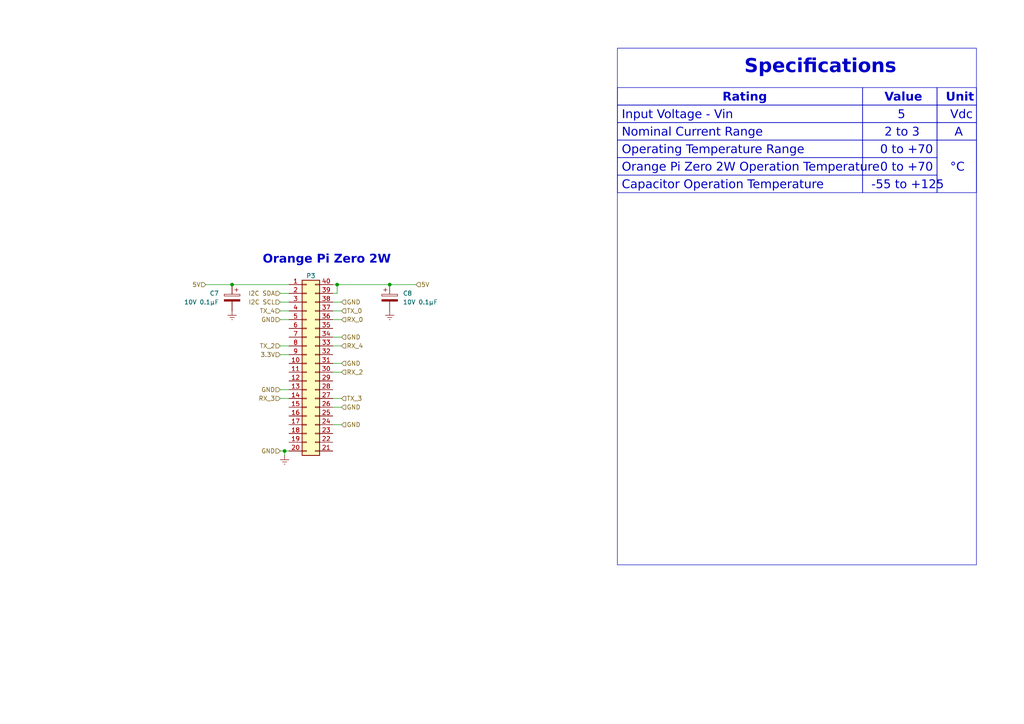
<source format=kicad_sch>
(kicad_sch (version 20230121) (generator eeschema)
  (paper "A4")
  (title_block (title "Microcomputer") (date "2024-09-27") (rev "1.0") (company "Lucas Rayan Guerra da Silva") (comment 1 "linkedin.com/in/lucasrguerra") (comment 2 "github.com/lucasrguerra/power_vision"))
  (lib_symbols
    (symbol "Connector_Generic:Conn_02x20_Counter_Clockwise" (pin_names (offset 1.016) hide)
      (property "Reference" "J" (at 1.27 25.4 0))
      (property "Value" "Conn_02x20_Counter_Clockwise" (at 1.27 -27.94 0))
      (symbol "Conn_02x20_Counter_Clockwise_1_1"
        (rectangle (start -1.27 -25.273) (end 0 -25.527) (stroke (width 0.1524)))
        (rectangle (start -1.27 -22.733) (end 0 -22.987) (stroke (width 0.1524)))
        (rectangle (start -1.27 -20.193) (end 0 -20.447) (stroke (width 0.1524)))
        (rectangle (start -1.27 -17.653) (end 0 -17.907) (stroke (width 0.1524)))
        (rectangle (start -1.27 -15.113) (end 0 -15.367) (stroke (width 0.1524)))
        (rectangle (start -1.27 -12.573) (end 0 -12.827) (stroke (width 0.1524)))
        (rectangle (start -1.27 -10.033) (end 0 -10.287) (stroke (width 0.1524)))
        (rectangle (start -1.27 -7.493) (end 0 -7.747) (stroke (width 0.1524)))
        (rectangle (start -1.27 -4.953) (end 0 -5.207) (stroke (width 0.1524)))
        (rectangle (start -1.27 -2.413) (end 0 -2.667) (stroke (width 0.1524)))
        (rectangle (start -1.27 0.127) (end 0 -0.127) (stroke (width 0.1524)))
        (rectangle (start -1.27 2.667) (end 0 2.413) (stroke (width 0.1524)))
        (rectangle (start -1.27 5.207) (end 0 4.953) (stroke (width 0.1524)))
        (rectangle (start -1.27 7.747) (end 0 7.493) (stroke (width 0.1524)))
        (rectangle (start -1.27 10.287) (end 0 10.033) (stroke (width 0.1524)))
        (rectangle (start -1.27 12.827) (end 0 12.573) (stroke (width 0.1524)))
        (rectangle (start -1.27 15.367) (end 0 15.113) (stroke (width 0.1524)))
        (rectangle (start -1.27 17.907) (end 0 17.653) (stroke (width 0.1524)))
        (rectangle (start -1.27 20.447) (end 0 20.193) (stroke (width 0.1524)))
        (rectangle (start -1.27 22.987) (end 0 22.733) (stroke (width 0.1524)))
        (rectangle (start -1.27 24.13) (end 3.81 -26.67) (stroke (width 0.254)) (fill (type background)))
        (rectangle (start 3.81 -25.273) (end 2.54 -25.527) (stroke (width 0.1524)))
        (rectangle (start 3.81 -22.733) (end 2.54 -22.987) (stroke (width 0.1524)))
        (rectangle (start 3.81 -20.193) (end 2.54 -20.447) (stroke (width 0.1524)))
        (rectangle (start 3.81 -17.653) (end 2.54 -17.907) (stroke (width 0.1524)))
        (rectangle (start 3.81 -15.113) (end 2.54 -15.367) (stroke (width 0.1524)))
        (rectangle (start 3.81 -12.573) (end 2.54 -12.827) (stroke (width 0.1524)))
        (rectangle (start 3.81 -10.033) (end 2.54 -10.287) (stroke (width 0.1524)))
        (rectangle (start 3.81 -7.493) (end 2.54 -7.747) (stroke (width 0.1524)))
        (rectangle (start 3.81 -4.953) (end 2.54 -5.207) (stroke (width 0.1524)))
        (rectangle (start 3.81 -2.413) (end 2.54 -2.667) (stroke (width 0.1524)))
        (rectangle (start 3.81 0.127) (end 2.54 -0.127) (stroke (width 0.1524)))
        (rectangle (start 3.81 2.667) (end 2.54 2.413) (stroke (width 0.1524)))
        (rectangle (start 3.81 5.207) (end 2.54 4.953) (stroke (width 0.1524)))
        (rectangle (start 3.81 7.747) (end 2.54 7.493) (stroke (width 0.1524)))
        (rectangle (start 3.81 10.287) (end 2.54 10.033) (stroke (width 0.1524)))
        (rectangle (start 3.81 12.827) (end 2.54 12.573) (stroke (width 0.1524)))
        (rectangle (start 3.81 15.367) (end 2.54 15.113) (stroke (width 0.1524)))
        (rectangle (start 3.81 17.907) (end 2.54 17.653) (stroke (width 0.1524)))
        (rectangle (start 3.81 20.447) (end 2.54 20.193) (stroke (width 0.1524)))
        (rectangle (start 3.81 22.987) (end 2.54 22.733) (stroke (width 0.1524)))
        (pin passive line (at -5.08 22.86 0) (length 3.81) (name "Pin_1") (number "1"))
        (pin passive line (at -5.08 0 0) (length 3.81) (name "Pin_10") (number "10"))
        (pin passive line (at -5.08 -2.54 0) (length 3.81) (name "Pin_11") (number "11"))
        (pin passive line (at -5.08 -5.08 0) (length 3.81) (name "Pin_12") (number "12"))
        (pin passive line (at -5.08 -7.62 0) (length 3.81) (name "Pin_13") (number "13"))
        (pin passive line (at -5.08 -10.16 0) (length 3.81) (name "Pin_14") (number "14"))
        (pin passive line (at -5.08 -12.7 0) (length 3.81) (name "Pin_15") (number "15"))
        (pin passive line (at -5.08 -15.24 0) (length 3.81) (name "Pin_16") (number "16"))
        (pin passive line (at -5.08 -17.78 0) (length 3.81) (name "Pin_17") (number "17"))
        (pin passive line (at -5.08 -20.32 0) (length 3.81) (name "Pin_18") (number "18"))
        (pin passive line (at -5.08 -22.86 0) (length 3.81) (name "Pin_19") (number "19"))
        (pin passive line (at -5.08 20.32 0) (length 3.81) (name "Pin_2") (number "2"))
        (pin passive line (at -5.08 -25.4 0) (length 3.81) (name "Pin_20") (number "20"))
        (pin passive line (at 7.62 -25.4 180) (length 3.81) (name "Pin_21") (number "21"))
        (pin passive line (at 7.62 -22.86 180) (length 3.81) (name "Pin_22") (number "22"))
        (pin passive line (at 7.62 -20.32 180) (length 3.81) (name "Pin_23") (number "23"))
        (pin passive line (at 7.62 -17.78 180) (length 3.81) (name "Pin_24") (number "24"))
        (pin passive line (at 7.62 -15.24 180) (length 3.81) (name "Pin_25") (number "25"))
        (pin passive line (at 7.62 -12.7 180) (length 3.81) (name "Pin_26") (number "26"))
        (pin passive line (at 7.62 -10.16 180) (length 3.81) (name "Pin_27") (number "27"))
        (pin passive line (at 7.62 -7.62 180) (length 3.81) (name "Pin_28") (number "28"))
        (pin passive line (at 7.62 -5.08 180) (length 3.81) (name "Pin_29") (number "29"))
        (pin passive line (at -5.08 17.78 0) (length 3.81) (name "Pin_3") (number "3"))
        (pin passive line (at 7.62 -2.54 180) (length 3.81) (name "Pin_30") (number "30"))
        (pin passive line (at 7.62 0 180) (length 3.81) (name "Pin_31") (number "31"))
        (pin passive line (at 7.62 2.54 180) (length 3.81) (name "Pin_32") (number "32"))
        (pin passive line (at 7.62 5.08 180) (length 3.81) (name "Pin_33") (number "33"))
        (pin passive line (at 7.62 7.62 180) (length 3.81) (name "Pin_34") (number "34"))
        (pin passive line (at 7.62 10.16 180) (length 3.81) (name "Pin_35") (number "35"))
        (pin passive line (at 7.62 12.7 180) (length 3.81) (name "Pin_36") (number "36"))
        (pin passive line (at 7.62 15.24 180) (length 3.81) (name "Pin_37") (number "37"))
        (pin passive line (at 7.62 17.78 180) (length 3.81) (name "Pin_38") (number "38"))
        (pin passive line (at 7.62 20.32 180) (length 3.81) (name "Pin_39") (number "39"))
        (pin passive line (at -5.08 15.24 0) (length 3.81) (name "Pin_4") (number "4"))
        (pin passive line (at 7.62 22.86 180) (length 3.81) (name "Pin_40") (number "40"))
        (pin passive line (at -5.08 12.7 0) (length 3.81) (name "Pin_5") (number "5"))
        (pin passive line (at -5.08 10.16 0) (length 3.81) (name "Pin_6") (number "6"))
        (pin passive line (at -5.08 7.62 0) (length 3.81) (name "Pin_7") (number "7"))
        (pin passive line (at -5.08 5.08 0) (length 3.81) (name "Pin_8") (number "8"))
        (pin passive line (at -5.08 2.54 0) (length 3.81) (name "Pin_9") (number "9"))
      )
    )
    (symbol "Device:C_Polarized" (pin_numbers hide) (pin_names (offset 0.254))
      (property "Reference" "C" (at 0.635 2.54 0))
      (property "Value" "C_Polarized" (at 0.635 -2.54 0))
      (symbol "C_Polarized_0_1"
        (rectangle (start -2.286 0.508) (end 2.286 1.016))
        (polyline (pts (xy -1.778 2.286) (xy -0.762 2.286)))
        (polyline (pts (xy -1.27 2.794) (xy -1.27 1.778)))
        (rectangle (start 2.286 -0.508) (end -2.286 -1.016) (fill (type outline)))
      )
      (symbol "C_Polarized_1_1"
        (pin passive line (at 0 3.81 270) (length 2.794) (name "~") (number "1"))
        (pin passive line (at 0 -3.81 90) (length 2.794) (name "~") (number "2"))
      )
    )
    (symbol "power:Earth" (power) (pin_names (offset 0))
      (symbol "Earth_0_1"
        (polyline (pts (xy -0.635 -1.905) (xy 0.635 -1.905)))
        (polyline (pts (xy -0.127 -2.54) (xy 0.127 -2.54)))
        (polyline (pts (xy 0 -1.27) (xy 0 0)))
        (polyline (pts (xy 1.27 -1.27) (xy -1.27 -1.27)))
      )
      (symbol "Earth_1_1"
        (pin power_in line (at 0 0 270) (length 0) hide (name "Earth") (number "1"))
      )
    )
  )
  (junction (at 97.79 82.55))
  (junction (at 67.31 82.55))
  (junction (at 113.03 82.55))
  (junction (at 82.55 130.81))
  (wire (pts (xy 96.52 118.11) (xy 99.06 118.11)))
  (wire (pts (xy 96.52 97.79) (xy 99.06 97.79)))
  (wire (pts (xy 82.55 130.81) (xy 83.82 130.81)))
  (wire (pts (xy 96.52 123.19) (xy 99.06 123.19)))
  (wire (pts (xy 81.28 113.03) (xy 83.82 113.03)))
  (wire (pts (xy 81.28 115.57) (xy 83.82 115.57)))
  (wire (pts (xy 67.31 82.55) (xy 83.82 82.55)))
  (wire (pts (xy 96.52 105.41) (xy 99.06 105.41)))
  (wire (pts (xy 81.28 130.81) (xy 82.55 130.81)))
  (wire (pts (xy 81.28 102.87) (xy 83.82 102.87)))
  (wire (pts (xy 67.31 82.55) (xy 59.69 82.55)))
  (wire (pts (xy 113.03 82.55) (xy 120.65 82.55)))
  (wire (pts (xy 96.52 92.71) (xy 99.06 92.71)))
  (wire (pts (xy 81.28 85.09) (xy 83.82 85.09)))
  (wire (pts (xy 81.28 92.71) (xy 83.82 92.71)))
  (wire (pts (xy 96.52 85.09) (xy 97.79 85.09)))
  (wire (pts (xy 81.28 87.63) (xy 83.82 87.63)))
  (wire (pts (xy 82.55 130.81) (xy 82.55 132.08)))
  (wire (pts (xy 96.52 107.95) (xy 99.06 107.95)))
  (wire (pts (xy 81.28 90.17) (xy 83.82 90.17)))
  (wire (pts (xy 96.52 115.57) (xy 99.06 115.57)))
  (wire (pts (xy 97.79 82.55) (xy 97.79 85.09)))
  (wire (pts (xy 99.06 87.63) (xy 96.52 87.63)))
  (wire (pts (xy 96.52 100.33) (xy 99.06 100.33)))
  (wire (pts (xy 81.28 100.33) (xy 83.82 100.33)))
  (wire (pts (xy 97.79 82.55) (xy 113.03 82.55)))
  (wire (pts (xy 96.52 82.55) (xy 97.79 82.55)))
  (wire (pts (xy 96.52 90.17) (xy 99.06 90.17)))
  (rectangle (start 179.07 30.48) (end 250.19 35.56))
  (rectangle (start 250.19 30.48) (end 271.78 35.56))
  (rectangle (start 271.78 30.48) (end 283.21 35.56))
  (rectangle (start 179.07 25.4) (end 250.19 30.48))
  (rectangle (start 250.19 40.64) (end 271.78 45.72))
  (rectangle (start 250.19 50.8) (end 271.78 55.88))
  (rectangle (start 179.07 50.8) (end 250.19 55.88))
  (rectangle (start 179.07 35.56) (end 250.19 40.64))
  (rectangle (start 250.19 35.56) (end 271.78 40.64))
  (rectangle (start 250.19 45.72) (end 271.78 50.8))
  (rectangle (start 271.78 35.56) (end 283.21 40.64))
  (rectangle (start 250.19 25.4) (end 271.78 30.48))
  (rectangle (start 271.78 40.64) (end 283.21 55.88))
  (rectangle (start 179.07 40.64) (end 250.19 45.72))
  (rectangle (start 179.07 45.72) (end 250.19 50.8))
  (rectangle (start 179.07 13.97) (end 283.21 163.83))
  (rectangle (start 271.78 25.4) (end 283.21 30.48))
  (text "Unit" (at 274.32 30.48 0) (effects (font (size 2.5 2.5) (thickness 0.6) bold) (justify left bottom)))
  (text "0 to +70" (at 255.27 45.72 0) (effects (font (size 2.5 2.5)) (justify left bottom)))
  (text "A\n" (at 276.86 40.64 0) (effects (font (size 2.5 2.5)) (justify left bottom)))
  (text "Orange Pi Zero 2W" (at 76.2 77.47 0) (effects (font (size 2.5 2.5) (thickness 0.6) bold) (justify left bottom)))
  (text "0 to +70" (at 255.27 50.8 0) (effects (font (size 2.5 2.5)) (justify left bottom)))
  (text "Value" (at 256.54 30.48 0) (effects (font (size 2.5 2.5) (thickness 0.6) bold) (justify left bottom)))
  (text "2 to 3" (at 256.54 40.64 0) (effects (font (size 2.5 2.5)) (justify left bottom)))
  (text "Operating Temperature Range" (at 180.34 45.72 0) (effects (font (size 2.5 2.5)) (justify left bottom)))
  (text "Orange Pi Zero 2W Operation Temperature" (at 180.34 50.8 0) (effects (font (size 2.5 2.5)) (justify left bottom)))
  (text "Capacitor Operation Temperature" (at 180.34 55.88 0) (effects (font (size 2.5 2.5)) (justify left bottom)))
  (text "Specifications" (at 215.9 22.86 0) (effects (font (size 4 4) (thickness 0.254) bold) (justify left bottom)))
  (text "Vdc" (at 275.59 35.56 0) (effects (font (size 2.5 2.5)) (justify left bottom)))
  (text "Rating" (at 209.55 30.48 0) (effects (font (size 2.5 2.5) (thickness 0.6) bold) (justify left bottom)))
  (text "5" (at 260.35 35.56 0) (effects (font (size 2.5 2.5)) (justify left bottom)))
  (text "-55 to +125" (at 252.73 55.88 0) (effects (font (size 2.5 2.5)) (justify left bottom)))
  (text "Input Voltage - Vin" (at 180.34 35.56 0) (effects (font (size 2.5 2.5)) (justify left bottom)))
  (text "°C" (at 275.59 50.8 0) (effects (font (size 2.5 2.5)) (justify left bottom)))
  (text "Nominal Current Range" (at 180.34 40.64 0) (effects (font (size 2.5 2.5)) (justify left bottom)))
  (hierarchical_label "RX_3" (shape input) (at 81.28 115.57 180))
  (hierarchical_label "TX_0" (shape input) (at 99.06 90.17 0))
  (hierarchical_label "GND" (shape input) (at 99.06 118.11 0))
  (hierarchical_label "GND" (shape input) (at 81.28 92.71 180))
  (hierarchical_label "RX_4" (shape input) (at 99.06 100.33 0))
  (hierarchical_label "TX_3" (shape input) (at 99.06 115.57 0))
  (hierarchical_label "GND" (shape input) (at 99.06 97.79 0))
  (hierarchical_label "5V" (shape input) (at 59.69 82.55 180))
  (hierarchical_label "5V" (shape input) (at 120.65 82.55 0))
  (hierarchical_label "3.3V" (shape input) (at 81.28 102.87 180))
  (hierarchical_label "TX_2" (shape input) (at 81.28 100.33 180))
  (hierarchical_label "GND" (shape input) (at 99.06 87.63 0))
  (hierarchical_label "GND" (shape input) (at 81.28 113.03 180))
  (hierarchical_label "GND" (shape input) (at 81.28 130.81 180))
  (hierarchical_label "I2C SDA" (shape input) (at 81.28 85.09 180))
  (hierarchical_label "I2C SCL" (shape input) (at 81.28 87.63 180))
  (hierarchical_label "GND" (shape input) (at 99.06 123.19 0))
  (hierarchical_label "RX_0" (shape input) (at 99.06 92.71 0))
  (hierarchical_label "TX_4" (shape input) (at 81.28 90.17 180))
  (hierarchical_label "RX_2" (shape input) (at 99.06 107.95 0))
  (hierarchical_label "GND" (shape input) (at 99.06 105.41 0))
  (symbol (lib_id "power:Earth") (at 67.31 90.17 0) (mirror y) (unit 1)
    (property "Reference" "#PWR028" (effects hide))
    (property "Value" "Earth" (effects hide))
  )
  (symbol (lib_id "Device:C_Polarized") (at 113.03 86.36 0) (unit 1)
    (property "Reference" "C8" (at 116.84 85.09 0) (effects (justify left)))
    (property "Value" "10V 0.1µF" (at 116.84 87.63 0) (effects (justify left)))
    (property "Footprint" "Capacitor_SMD:C_0603_1608Metric" (effects hide))
  )
  (symbol (lib_id "Device:C_Polarized") (at 67.31 86.36 0) (mirror y) (unit 1)
    (property "Reference" "C7" (at 63.5 85.09 0) (effects (justify left)))
    (property "Value" "10V 0.1µF" (at 63.5 87.63 0) (effects (justify left)))
    (property "Footprint" "Capacitor_SMD:C_0603_1608Metric" (effects hide))
  )
  (symbol (lib_id "power:Earth") (at 82.55 132.08 0) (unit 1)
    (property "Reference" "#PWR027" (effects hide))
    (property "Value" "Earth" (effects hide))
  )
  (symbol (lib_id "power:Earth") (at 113.03 90.17 0) (unit 1)
    (property "Reference" "#PWR08" (effects hide))
    (property "Value" "Earth" (effects hide))
  )
  (symbol (lib_id "Connector_Generic:Conn_02x20_Counter_Clockwise") (at 88.9 105.41 0) (unit 1)
    (property "Reference" "P3" (at 90.17 80.01 0))
    (property "Value" "Pin Socket 2.54mm 2x20" (effects hide))
  )
)
</source>
